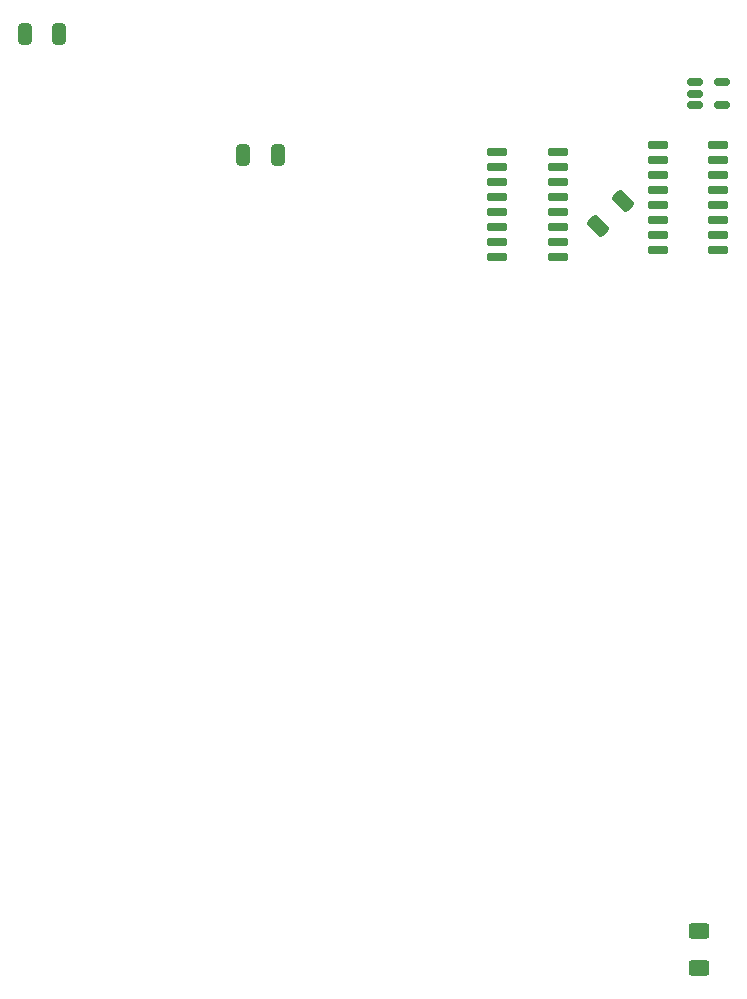
<source format=gbr>
%TF.GenerationSoftware,KiCad,Pcbnew,7.0.5-7.0.5~ubuntu20.04.1*%
%TF.CreationDate,2023-07-18T14:03:02+02:00*%
%TF.ProjectId,MOS MultiSerial_ram,4d4f5320-4d75-46c7-9469-53657269616c,rev?*%
%TF.SameCoordinates,Original*%
%TF.FileFunction,Paste,Top*%
%TF.FilePolarity,Positive*%
%FSLAX46Y46*%
G04 Gerber Fmt 4.6, Leading zero omitted, Abs format (unit mm)*
G04 Created by KiCad (PCBNEW 7.0.5-7.0.5~ubuntu20.04.1) date 2023-07-18 14:03:02*
%MOMM*%
%LPD*%
G01*
G04 APERTURE LIST*
G04 Aperture macros list*
%AMRoundRect*
0 Rectangle with rounded corners*
0 $1 Rounding radius*
0 $2 $3 $4 $5 $6 $7 $8 $9 X,Y pos of 4 corners*
0 Add a 4 corners polygon primitive as box body*
4,1,4,$2,$3,$4,$5,$6,$7,$8,$9,$2,$3,0*
0 Add four circle primitives for the rounded corners*
1,1,$1+$1,$2,$3*
1,1,$1+$1,$4,$5*
1,1,$1+$1,$6,$7*
1,1,$1+$1,$8,$9*
0 Add four rect primitives between the rounded corners*
20,1,$1+$1,$2,$3,$4,$5,0*
20,1,$1+$1,$4,$5,$6,$7,0*
20,1,$1+$1,$6,$7,$8,$9,0*
20,1,$1+$1,$8,$9,$2,$3,0*%
G04 Aperture macros list end*
%ADD10RoundRect,0.250000X0.325000X0.650000X-0.325000X0.650000X-0.325000X-0.650000X0.325000X-0.650000X0*%
%ADD11RoundRect,0.150000X0.725000X0.150000X-0.725000X0.150000X-0.725000X-0.150000X0.725000X-0.150000X0*%
%ADD12RoundRect,0.150000X-0.512500X-0.150000X0.512500X-0.150000X0.512500X0.150000X-0.512500X0.150000X0*%
%ADD13RoundRect,0.250000X-0.229810X0.689429X-0.689429X0.229810X0.229810X-0.689429X0.689429X-0.229810X0*%
%ADD14RoundRect,0.150000X-0.725000X-0.150000X0.725000X-0.150000X0.725000X0.150000X-0.725000X0.150000X0*%
%ADD15RoundRect,0.250000X0.625000X-0.400000X0.625000X0.400000X-0.625000X0.400000X-0.625000X-0.400000X0*%
G04 APERTURE END LIST*
D10*
%TO.C,C4*%
X155371800Y-64490600D03*
X152421800Y-64490600D03*
%TD*%
D11*
%TO.C,U6*%
X179065800Y-73077871D03*
X179065800Y-71807871D03*
X179065800Y-70537871D03*
X179065800Y-69267871D03*
X179065800Y-67997871D03*
X179065800Y-66727871D03*
X179065800Y-65457871D03*
X179065800Y-64187871D03*
X173915800Y-64187871D03*
X173915800Y-65457871D03*
X173915800Y-66727871D03*
X173915800Y-67997871D03*
X173915800Y-69267871D03*
X173915800Y-70537871D03*
X173915800Y-71807871D03*
X173915800Y-73077871D03*
%TD*%
D12*
%TO.C,U8*%
X190708700Y-58333600D03*
X190708700Y-59283600D03*
X190708700Y-60233600D03*
X192983700Y-60233600D03*
X192983700Y-58333600D03*
%TD*%
D13*
%TO.C,C5*%
X184556400Y-68402200D03*
X182470434Y-70488166D03*
%TD*%
D14*
%TO.C,U7*%
X187530200Y-63603671D03*
X187530200Y-64873671D03*
X187530200Y-66143671D03*
X187530200Y-67413671D03*
X187530200Y-68683671D03*
X187530200Y-69953671D03*
X187530200Y-71223671D03*
X187530200Y-72493671D03*
X192680200Y-72493671D03*
X192680200Y-71223671D03*
X192680200Y-69953671D03*
X192680200Y-68683671D03*
X192680200Y-67413671D03*
X192680200Y-66143671D03*
X192680200Y-64873671D03*
X192680200Y-63603671D03*
%TD*%
D10*
%TO.C,C1*%
X136882400Y-54229000D03*
X133932400Y-54229000D03*
%TD*%
D15*
%TO.C,R1*%
X191033400Y-133273800D03*
X191033400Y-130173800D03*
%TD*%
M02*

</source>
